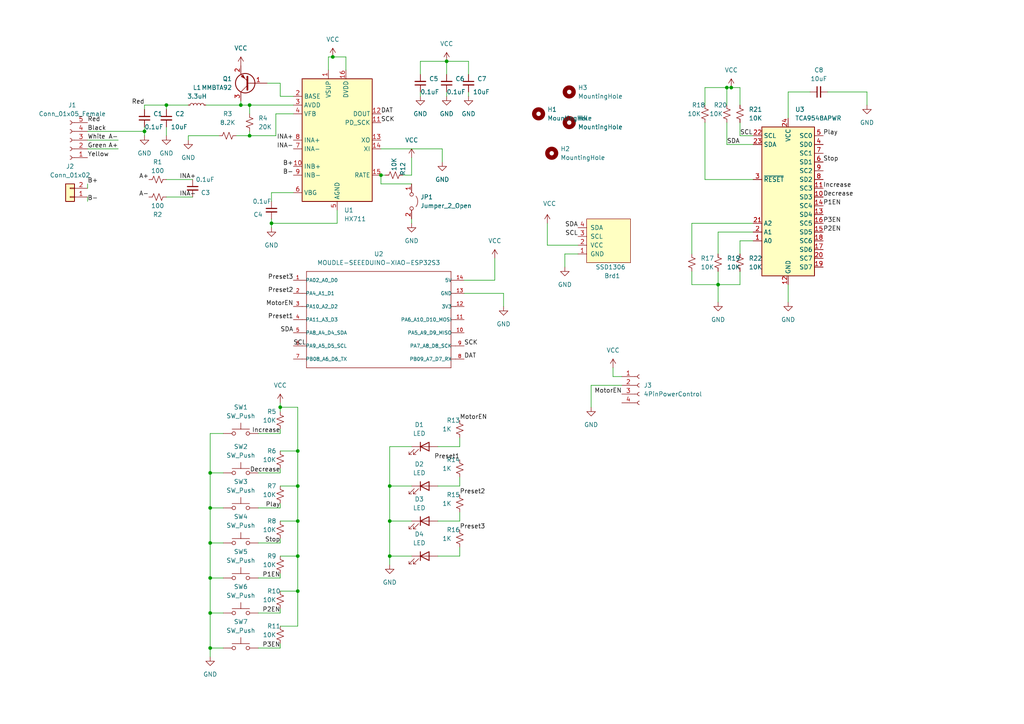
<source format=kicad_sch>
(kicad_sch (version 20211123) (generator eeschema)
  (paper "A4")
  (lib_symbols
    (symbol "Analog_ADC:HX711"
      (property "Reference" "U" (at 5.08 21.59 0))
      (property "Value" "HX711" (at 7.62 19.05 0))
      (symbol "HX711_0_1"
        (rectangle (start -10.16 17.78) (end 10.16 -17.78) (stroke (width 0.254)) (fill (type background)))
      )
      (symbol "HX711_1_1"
        (pin power_in line (at -2.54 20.32 270) (length 2.54) (name "VSUP") (number "1"))
        (pin input line (at -12.7 -7.62 0) (length 2.54) (name "INB+") (number "10"))
        (pin input line (at 12.7 5.08 180) (length 2.54) (name "PD_SCK") (number "11"))
        (pin output line (at 12.7 7.62 180) (length 2.54) (name "DOUT") (number "12"))
        (pin passive line (at 12.7 0 180) (length 2.54) (name "XO") (number "13"))
        (pin passive line (at 12.7 -2.54 180) (length 2.54) (name "XI") (number "14"))
        (pin input line (at 12.7 -10.16 180) (length 2.54) (name "RATE") (number "15"))
        (pin power_in line (at 2.54 20.32 270) (length 2.54) (name "DVDD") (number "16"))
        (pin passive line (at -12.7 12.7 0) (length 2.54) (name "BASE") (number "2"))
        (pin power_in line (at -12.7 10.16 0) (length 2.54) (name "AVDD") (number "3"))
        (pin input line (at -12.7 7.62 0) (length 2.54) (name "VFB") (number "4"))
        (pin power_in line (at 0 -20.32 90) (length 2.54) (name "AGND") (number "5"))
        (pin passive line (at -12.7 -15.24 0) (length 2.54) (name "VBG") (number "6"))
        (pin input line (at -12.7 -2.54 0) (length 2.54) (name "INA-") (number "7"))
        (pin input line (at -12.7 0 0) (length 2.54) (name "INA+") (number "8"))
        (pin input line (at -12.7 -10.16 0) (length 2.54) (name "INB-") (number "9"))
      )
    )
    (symbol "Connector:Conn_01x04_Female" (pin_names (offset 1.016) hide)
      (property "Reference" "J" (at 0 5.08 0))
      (property "Value" "Conn_01x04_Female" (at 0 -7.62 0))
      (symbol "Conn_01x04_Female_1_1"
        (arc (start 0 -4.572) (mid -0.508 -5.08) (end 0 -5.588) (stroke (width 0.1524)))
        (arc (start 0 -2.032) (mid -0.508 -2.54) (end 0 -3.048) (stroke (width 0.1524)))
        (polyline (pts (xy -1.27 -5.08) (xy -0.508 -5.08)) (stroke (width 0.1524)))
        (polyline (pts (xy -1.27 -2.54) (xy -0.508 -2.54)) (stroke (width 0.1524)))
        (polyline (pts (xy -1.27 0) (xy -0.508 0)) (stroke (width 0.1524)))
        (polyline (pts (xy -1.27 2.54) (xy -0.508 2.54)) (stroke (width 0.1524)))
        (arc (start 0 0.508) (mid -0.508 0) (end 0 -0.508) (stroke (width 0.1524)))
        (arc (start 0 3.048) (mid -0.508 2.54) (end 0 2.032) (stroke (width 0.1524)))
        (pin passive line (at -5.08 2.54 0) (length 3.81) (name "Pin_1") (number "1"))
        (pin passive line (at -5.08 0 0) (length 3.81) (name "Pin_2") (number "2"))
        (pin passive line (at -5.08 -2.54 0) (length 3.81) (name "Pin_3") (number "3"))
        (pin passive line (at -5.08 -5.08 0) (length 3.81) (name "Pin_4") (number "4"))
      )
    )
    (symbol "Connector:Conn_01x05_Female" (pin_names (offset 1.016) hide)
      (property "Reference" "J" (at 0 7.62 0))
      (property "Value" "Conn_01x05_Female" (at 0 -7.62 0))
      (symbol "Conn_01x05_Female_1_1"
        (arc (start 0 -4.572) (mid -0.508 -5.08) (end 0 -5.588) (stroke (width 0.1524)))
        (arc (start 0 -2.032) (mid -0.508 -2.54) (end 0 -3.048) (stroke (width 0.1524)))
        (polyline (pts (xy -1.27 -5.08) (xy -0.508 -5.08)) (stroke (width 0.1524)))
        (polyline (pts (xy -1.27 -2.54) (xy -0.508 -2.54)) (stroke (width 0.1524)))
        (polyline (pts (xy -1.27 0) (xy -0.508 0)) (stroke (width 0.1524)))
        (polyline (pts (xy -1.27 2.54) (xy -0.508 2.54)) (stroke (width 0.1524)))
        (polyline (pts (xy -1.27 5.08) (xy -0.508 5.08)) (stroke (width 0.1524)))
        (arc (start 0 0.508) (mid -0.508 0) (end 0 -0.508) (stroke (width 0.1524)))
        (arc (start 0 3.048) (mid -0.508 2.54) (end 0 2.032) (stroke (width 0.1524)))
        (arc (start 0 5.588) (mid -0.508 5.08) (end 0 4.572) (stroke (width 0.1524)))
        (pin passive line (at -5.08 5.08 0) (length 3.81) (name "Pin_1") (number "1"))
        (pin passive line (at -5.08 2.54 0) (length 3.81) (name "Pin_2") (number "2"))
        (pin passive line (at -5.08 0 0) (length 3.81) (name "Pin_3") (number "3"))
        (pin passive line (at -5.08 -2.54 0) (length 3.81) (name "Pin_4") (number "4"))
        (pin passive line (at -5.08 -5.08 0) (length 3.81) (name "Pin_5") (number "5"))
      )
    )
    (symbol "Connector_Generic:Conn_01x02" (pin_names (offset 1.016) hide)
      (property "Reference" "J" (at 0 2.54 0))
      (property "Value" "Conn_01x02" (at 0 -5.08 0))
      (symbol "Conn_01x02_1_1"
        (rectangle (start -1.27 -2.413) (end 0 -2.667) (stroke (width 0.1524)))
        (rectangle (start -1.27 0.127) (end 0 -0.127) (stroke (width 0.1524)))
        (rectangle (start -1.27 1.27) (end 1.27 -3.81) (stroke (width 0.254)) (fill (type background)))
        (pin passive line (at -5.08 0 0) (length 3.81) (name "Pin_1") (number "1"))
        (pin passive line (at -5.08 -2.54 0) (length 3.81) (name "Pin_2") (number "2"))
      )
    )
    (symbol "Device:C_Small" (pin_numbers hide) (pin_names (offset 0.254) hide)
      (property "Reference" "C" (at 0.254 1.778 0))
      (property "Value" "C_Small" (at 0.254 -2.032 0))
      (symbol "C_Small_0_1"
        (polyline (pts (xy -1.524 -0.508) (xy 1.524 -0.508)) (stroke (width 0.3302)))
        (polyline (pts (xy -1.524 0.508) (xy 1.524 0.508)) (stroke (width 0.3048)))
      )
      (symbol "C_Small_1_1"
        (pin passive line (at 0 2.54 270) (length 2.032) (name "~") (number "1"))
        (pin passive line (at 0 -2.54 90) (length 2.032) (name "~") (number "2"))
      )
    )
    (symbol "Device:LED" (pin_numbers hide) (pin_names (offset 1.016) hide)
      (property "Reference" "D" (at 0 2.54 0))
      (property "Value" "LED" (at 0 -2.54 0))
      (symbol "LED_0_1"
        (polyline (pts (xy -1.27 -1.27) (xy -1.27 1.27)) (stroke (width 0.254)))
        (polyline (pts (xy -1.27 0) (xy 1.27 0)))
        (polyline (pts (xy 1.27 -1.27) (xy 1.27 1.27) (xy -1.27 0) (xy 1.27 -1.27)) (stroke (width 0.254)))
        (polyline (pts (xy -3.048 -0.762) (xy -4.572 -2.286) (xy -3.81 -2.286) (xy -4.572 -2.286) (xy -4.572 -1.524)))
        (polyline (pts (xy -1.778 -0.762) (xy -3.302 -2.286) (xy -2.54 -2.286) (xy -3.302 -2.286) (xy -3.302 -1.524)))
      )
      (symbol "LED_1_1"
        (pin passive line (at -3.81 0 0) (length 2.54) (name "K") (number "1"))
        (pin passive line (at 3.81 0 180) (length 2.54) (name "A") (number "2"))
      )
    )
    (symbol "Device:L_Small" (pin_numbers hide) (pin_names (offset 0.254) hide)
      (property "Reference" "L" (at 0.762 1.016 0))
      (property "Value" "L_Small" (at 0.762 -1.016 0))
      (symbol "L_Small_0_1"
        (arc (start 0 -2.032) (mid 0.508 -1.524) (end 0 -1.016))
        (arc (start 0 -1.016) (mid 0.508 -0.508) (end 0 0))
        (arc (start 0 0) (mid 0.508 0.508) (end 0 1.016))
        (arc (start 0 1.016) (mid 0.508 1.524) (end 0 2.032))
      )
      (symbol "L_Small_1_1"
        (pin passive line (at 0 2.54 270) (length 0.508) (name "~") (number "1"))
        (pin passive line (at 0 -2.54 90) (length 0.508) (name "~") (number "2"))
      )
    )
    (symbol "Device:R_Small_US" (pin_numbers hide) (pin_names (offset 0.254) hide)
      (property "Reference" "R" (at 0.762 0.508 0))
      (property "Value" "R_Small_US" (at 0.762 -1.016 0))
      (symbol "R_Small_US_1_1"
        (polyline (pts (xy 0 0) (xy 1.016 -0.381) (xy 0 -0.762) (xy -1.016 -1.143) (xy 0 -1.524)))
        (polyline (pts (xy 0 1.524) (xy 1.016 1.143) (xy 0 0.762) (xy -1.016 0.381) (xy 0 0)))
        (pin passive line (at 0 2.54 270) (length 1.016) (name "~") (number "1"))
        (pin passive line (at 0 -2.54 90) (length 1.016) (name "~") (number "2"))
      )
    )
    (symbol "Interface_Expansion:TCA9548APWR"
      (property "Reference" "U" (at -7.62 21.59 0))
      (property "Value" "TCA9548APWR" (at 1.016 21.59 0))
      (symbol "TCA9548APWR_0_1"
        (rectangle (start -7.62 20.32) (end 7.62 -22.86) (stroke (width 0.254)) (fill (type background)))
      )
      (symbol "TCA9548APWR_1_1"
        (pin input line (at -10.16 -12.7 0) (length 2.54) (name "A0") (number "1"))
        (pin bidirectional line (at 10.16 0 180) (length 2.54) (name "SD3") (number "10"))
        (pin output line (at 10.16 2.54 180) (length 2.54) (name "SC3") (number "11"))
        (pin power_in line (at 0 -25.4 90) (length 2.54) (name "GND") (number "12"))
        (pin bidirectional line (at 10.16 -5.08 180) (length 2.54) (name "SD4") (number "13"))
        (pin output line (at 10.16 -2.54 180) (length 2.54) (name "SC4") (number "14"))
        (pin bidirectional line (at 10.16 -10.16 180) (length 2.54) (name "SD5") (number "15"))
        (pin output line (at 10.16 -7.62 180) (length 2.54) (name "SC5") (number "16"))
        (pin bidirectional line (at 10.16 -15.24 180) (length 2.54) (name "SD6") (number "17"))
        (pin output line (at 10.16 -12.7 180) (length 2.54) (name "SC6") (number "18"))
        (pin bidirectional line (at 10.16 -20.32 180) (length 2.54) (name "SD7") (number "19"))
        (pin input line (at -10.16 -10.16 0) (length 2.54) (name "A1") (number "2"))
        (pin output line (at 10.16 -17.78 180) (length 2.54) (name "SC7") (number "20"))
        (pin input line (at -10.16 -7.62 0) (length 2.54) (name "A2") (number "21"))
        (pin input line (at -10.16 17.78 0) (length 2.54) (name "SCL") (number "22"))
        (pin bidirectional line (at -10.16 15.24 0) (length 2.54) (name "SDA") (number "23"))
        (pin power_in line (at 0 22.86 270) (length 2.54) (name "VCC") (number "24"))
        (pin input line (at -10.16 5.08 0) (length 2.54) (name "~{RESET}") (number "3"))
        (pin bidirectional line (at 10.16 15.24 180) (length 2.54) (name "SD0") (number "4"))
        (pin output line (at 10.16 17.78 180) (length 2.54) (name "SC0") (number "5"))
        (pin bidirectional line (at 10.16 10.16 180) (length 2.54) (name "SD1") (number "6"))
        (pin output line (at 10.16 12.7 180) (length 2.54) (name "SC1") (number "7"))
        (pin bidirectional line (at 10.16 5.08 180) (length 2.54) (name "SD2") (number "8"))
        (pin output line (at 10.16 7.62 180) (length 2.54) (name "SC2") (number "9"))
      )
    )
    (symbol "Jumper:Jumper_2_Open" (pin_names (offset 0) hide)
      (property "Reference" "JP" (at 0 2.794 0))
      (property "Value" "Jumper_2_Open" (at 0 -2.286 0))
      (symbol "Jumper_2_Open_0_0"
        (circle (center -2.032 0) (radius 0.508))
        (circle (center 2.032 0) (radius 0.508))
      )
      (symbol "Jumper_2_Open_0_1"
        (arc (start 1.524 1.27) (mid 0 1.778) (end -1.524 1.27))
      )
      (symbol "Jumper_2_Open_1_1"
        (pin passive line (at -5.08 0 0) (length 2.54) (name "A") (number "1"))
        (pin passive line (at 5.08 0 180) (length 2.54) (name "B") (number "2"))
      )
    )
    (symbol "Mechanical:MountingHole" (pin_names (offset 1.016))
      (property "Reference" "H" (at 0 5.08 0))
      (property "Value" "MountingHole" (at 0 3.175 0))
      (symbol "MountingHole_0_1"
        (circle (center 0 0) (radius 1.27) (stroke (width 1.27)))
      )
    )
    (symbol "Sette270:MOUDLE-SEEEDUINO-XIAO-ESP32S3" (pin_names (offset 1.016))
      (property "Reference" "U" (at -21.59 15.24 0))
      (property "Value" "MOUDLE-SEEEDUINO-XIAO-ESP32S3" (at -21.59 13.97 0))
      (symbol "MOUDLE-SEEEDUINO-XIAO-ESP32S3_0_0"
        (polyline (pts (xy -21.59 -13.97) (xy -21.59 0)) (stroke (width 0.1524)))
        (polyline (pts (xy -21.59 -11.43) (xy -22.86 -11.43)) (stroke (width 0.1524)))
        (polyline (pts (xy -21.59 -7.62) (xy -22.86 -7.62)) (stroke (width 0.1524)))
        (polyline (pts (xy -21.59 -3.81) (xy -22.86 -3.81)) (stroke (width 0.1524)))
        (polyline (pts (xy -21.59 0) (xy -22.86 0)) (stroke (width 0.1524)))
        (polyline (pts (xy -21.59 0) (xy -21.59 3.81)) (stroke (width 0.1524)))
        (polyline (pts (xy -21.59 3.81) (xy -22.86 3.81)) (stroke (width 0.1524)))
        (polyline (pts (xy -21.59 3.81) (xy -21.59 7.62)) (stroke (width 0.1524)))
        (polyline (pts (xy -21.59 7.62) (xy -22.86 7.62)) (stroke (width 0.1524)))
        (polyline (pts (xy -21.59 7.62) (xy -21.59 11.43)) (stroke (width 0.1524)))
        (polyline (pts (xy -21.59 11.43) (xy -22.86 11.43)) (stroke (width 0.1524)))
        (polyline (pts (xy -21.59 11.43) (xy -21.59 13.97)) (stroke (width 0.1524)))
        (polyline (pts (xy -21.59 13.97) (xy 20.32 13.97)) (stroke (width 0.1524)))
        (polyline (pts (xy 20.32 -13.97) (xy -21.59 -13.97)) (stroke (width 0.1524)))
        (polyline (pts (xy 20.32 3.81) (xy 20.32 -13.97)) (stroke (width 0.1524)))
        (polyline (pts (xy 20.32 7.62) (xy 20.32 3.81)) (stroke (width 0.1524)))
        (polyline (pts (xy 20.32 11.43) (xy 20.32 7.62)) (stroke (width 0.1524)))
        (polyline (pts (xy 20.32 13.97) (xy 20.32 11.43)) (stroke (width 0.1524)))
        (polyline (pts (xy 21.59 -11.43) (xy 20.32 -11.43)) (stroke (width 0.1524)))
        (polyline (pts (xy 21.59 -7.62) (xy 20.32 -7.62)) (stroke (width 0.1524)))
        (polyline (pts (xy 21.59 -3.81) (xy 20.32 -3.81)) (stroke (width 0.1524)))
        (polyline (pts (xy 21.59 0) (xy 20.32 0)) (stroke (width 0.1524)))
        (polyline (pts (xy 21.59 3.81) (xy 20.32 3.81)) (stroke (width 0.1524)))
        (polyline (pts (xy 21.59 7.62) (xy 20.32 7.62)) (stroke (width 0.1524)))
        (polyline (pts (xy 21.59 11.43) (xy 20.32 11.43)) (stroke (width 0.1524)))
        (pin bidirectional line (at -25.4 11.43 0) (length 2.54) (name "PA02_A0_D0") (number "1"))
        (pin bidirectional line (at 24.13 -3.81 180) (length 2.54) (name "PA5_A9_D9_MISO") (number "10"))
        (pin bidirectional line (at 24.13 0 180) (length 2.54) (name "PA6_A10_D10_MOSI") (number "11"))
        (pin bidirectional line (at 24.13 3.81 180) (length 2.54) (name "3V3") (number "12"))
        (pin bidirectional line (at 24.13 7.62 180) (length 2.54) (name "GND") (number "13"))
        (pin bidirectional line (at 24.13 11.43 180) (length 2.54) (name "5V") (number "14"))
        (pin bidirectional line (at -25.4 7.62 0) (length 2.54) (name "PA4_A1_D1") (number "2"))
        (pin bidirectional line (at -25.4 3.81 0) (length 2.54) (name "PA10_A2_D2") (number "3"))
        (pin bidirectional line (at -25.4 0 0) (length 2.54) (name "PA11_A3_D3") (number "4"))
        (pin bidirectional line (at -25.4 -3.81 0) (length 2.54) (name "PA8_A4_D4_SDA") (number "5"))
        (pin bidirectional line (at -25.4 -7.62 0) (length 2.54) (name "PA9_A5_D5_SCL") (number "6"))
        (pin bidirectional line (at -25.4 -11.43 0) (length 2.54) (name "PB08_A6_D6_TX") (number "7"))
        (pin bidirectional line (at 24.13 -11.43 180) (length 2.54) (name "PB09_A7_D7_RX") (number "8"))
        (pin bidirectional line (at 24.13 -7.62 180) (length 2.54) (name "PA7_A8_D8_SCK") (number "9"))
      )
    )
    (symbol "Switch:SW_Push" (pin_numbers hide) (pin_names (offset 1.016) hide)
      (property "Reference" "SW" (at 1.27 2.54 0))
      (property "Value" "SW_Push" (at 0 -1.524 0))
      (symbol "SW_Push_0_1"
        (circle (center -2.032 0) (radius 0.508))
        (polyline (pts (xy 0 1.27) (xy 0 3.048)))
        (polyline (pts (xy 2.54 1.27) (xy -2.54 1.27)))
        (circle (center 2.032 0) (radius 0.508))
        (pin passive line (at -5.08 0 0) (length 2.54) (name "1") (number "1"))
        (pin passive line (at 5.08 0 180) (length 2.54) (name "2") (number "2"))
      )
    )
    (symbol "Transistor_BJT:MMBTA92" (pin_names (offset 0) hide)
      (property "Reference" "Q" (at 5.08 1.905 0))
      (property "Value" "MMBTA92" (at 5.08 0 0))
      (symbol "MMBTA92_0_1"
        (polyline (pts (xy 0 0) (xy 0.635 0)))
        (polyline (pts (xy 2.54 -2.54) (xy 0.635 -0.635)))
        (polyline (pts (xy 2.54 2.54) (xy 0.635 0.635)))
        (polyline (pts (xy 0.635 1.905) (xy 0.635 -1.905) (xy 0.635 -1.905)) (stroke (width 0.508)) (fill (type outline)))
        (polyline (pts (xy 1.905 -2.413) (xy 2.413 -1.905) (xy 1.397 -1.397) (xy 1.905 -2.413) (xy 1.905 -2.413)) (fill (type outline)))
        (circle (center 1.27 0) (radius 2.8194) (stroke (width 0.254)))
      )
      (symbol "MMBTA92_1_1"
        (pin input line (at -5.08 0 0) (length 5.08) (name "B") (number "1"))
        (pin passive line (at 2.54 -5.08 90) (length 2.54) (name "E") (number "2"))
        (pin passive line (at 2.54 5.08 270) (length 2.54) (name "C") (number "3"))
      )
    )
    (symbol "power:GND" (power) (pin_names (offset 0))
      (property "Value" "GND" (at 0 -3.81 0))
      (symbol "GND_0_1"
        (polyline (pts (xy 0 0) (xy 0 -1.27) (xy 1.27 -1.27) (xy 0 -2.54) (xy -1.27 -1.27) (xy 0 -1.27)))
      )
      (symbol "GND_1_1"
        (pin power_in line (at 0 0 270) (length 0) hide (name "GND") (number "1"))
      )
    )
    (symbol "power:VCC" (power) (pin_names (offset 0))
      (property "Value" "VCC" (at 0 3.81 0))
      (symbol "VCC_0_1"
        (polyline (pts (xy -0.762 1.27) (xy 0 2.54)))
        (polyline (pts (xy 0 0) (xy 0 2.54)))
        (polyline (pts (xy 0 2.54) (xy 0.762 1.27)))
      )
      (symbol "VCC_1_1"
        (pin power_in line (at 0 0 90) (length 0) hide (name "VCC") (number "1"))
      )
    )
    (symbol "ssd1306:SSD1306" (pin_names (offset 1.016))
      (property "Reference" "Brd" (at 0 -3.81 0))
      (property "Value" "SSD1306" (at 0 -1.27 0))
      (symbol "SSD1306_0_1"
        (rectangle (start -6.35 6.35) (end 6.35 -6.35) (fill (type background)))
      )
      (symbol "SSD1306_1_1"
        (pin input line (at -3.81 8.89 270) (length 2.54) (name "GND") (number "1"))
        (pin input line (at -1.27 8.89 270) (length 2.54) (name "VCC") (number "2"))
        (pin input line (at 1.27 8.89 270) (length 2.54) (name "SCL") (number "3"))
        (pin input line (at 3.81 8.89 270) (length 2.54) (name "SDA") (number "4"))
      )
    )
  )
  (junction (at 113.03 140.97))
  (junction (at 60.96 147.32))
  (junction (at 208.28 82.55))
  (junction (at 60.96 177.8))
  (junction (at 86.36 151.13))
  (junction (at 78.74 64.77))
  (junction (at 86.36 140.97))
  (junction (at 41.91 38.1))
  (junction (at 110.49 50.8))
  (junction (at 129.54 17.78))
  (junction (at 60.96 187.96))
  (junction (at 60.96 167.64))
  (junction (at 96.52 16.51))
  (junction (at 72.39 39.37))
  (junction (at 212.09 25.4))
  (junction (at 60.96 157.48))
  (junction (at 86.36 161.29))
  (junction (at 48.26 30.48))
  (junction (at 113.03 151.13))
  (junction (at 81.28 118.11))
  (junction (at 86.36 130.81))
  (junction (at 69.85 30.48))
  (junction (at 210.82 25.4))
  (junction (at 60.96 137.16))
  (junction (at 113.03 161.29))
  (junction (at 72.39 30.48))
  (junction (at 86.36 171.45))
  (bus_entry (at 332.74 73.66) (size 2.54 2.54))
  (wire (pts (xy 60.96 167.64) (xy 64.77 167.64)))
  (wire (pts (xy 200.66 82.55) (xy 200.66 78.74)))
  (wire (pts (xy 54.61 30.48) (xy 48.26 30.48)))
  (wire (pts (xy 100.33 16.51) (xy 96.52 16.51)))
  (wire (pts (xy 86.36 151.13) (xy 86.36 161.29)))
  (wire (pts (xy 60.96 177.8) (xy 60.96 167.64)))
  (wire (pts (xy 85.09 55.88) (xy 78.74 55.88)))
  (wire (pts (xy 48.26 57.15) (xy 55.88 57.15)))
  (wire (pts (xy 127 151.13) (xy 133.35 151.13)))
  (wire (pts (xy 69.85 30.48) (xy 69.85 29.21)))
  (wire (pts (xy 86.36 118.11) (xy 81.28 118.11)))
  (wire (pts (xy 210.82 25.4) (xy 212.09 25.4)))
  (wire (pts (xy 60.96 187.96) (xy 60.96 190.5)))
  (wire (pts (xy 81.28 157.48) (xy 74.93 157.48)))
  (wire (pts (xy 214.63 25.4) (xy 214.63 30.48)))
  (wire (pts (xy 81.28 124.46) (xy 81.28 125.73)))
  (wire (pts (xy 113.03 151.13) (xy 113.03 140.97)))
  (wire (pts (xy 80.01 33.02) (xy 85.09 33.02)))
  (wire (pts (xy 146.05 85.09) (xy 134.62 85.09)))
  (wire (pts (xy 95.25 16.51) (xy 96.52 16.51)))
  (wire (pts (xy 72.39 30.48) (xy 72.39 33.02)))
  (wire (pts (xy 81.28 116.84) (xy 81.28 118.11)))
  (wire (pts (xy 95.25 20.32) (xy 95.25 16.51)))
  (wire (pts (xy 81.28 130.81) (xy 86.36 130.81)))
  (wire (pts (xy 80.01 39.37) (xy 72.39 39.37)))
  (wire (pts (xy 81.28 147.32) (xy 74.93 147.32)))
  (wire (pts (xy 25.4 53.34) (xy 25.4 54.61)))
  (wire (pts (xy 81.28 24.13) (xy 77.47 24.13)))
  (wire (pts (xy 72.39 39.37) (xy 72.39 38.1)))
  (wire (pts (xy 214.63 39.37) (xy 218.44 39.37)))
  (wire (pts (xy 177.8 109.22) (xy 177.8 106.68)))
  (wire (pts (xy 234.95 26.67) (xy 228.6 26.67)))
  (wire (pts (xy 135.89 21.59) (xy 135.89 17.78)))
  (wire (pts (xy 228.6 82.55) (xy 228.6 87.63)))
  (wire (pts (xy 48.26 36.83) (xy 48.26 39.37)))
  (wire (pts (xy 208.28 82.55) (xy 208.28 87.63)))
  (wire (pts (xy 208.28 67.31) (xy 208.28 73.66)))
  (wire (pts (xy 60.96 137.16) (xy 60.96 125.73)))
  (wire (pts (xy 48.26 30.48) (xy 48.26 31.75)))
  (wire (pts (xy 48.26 52.07) (xy 55.88 52.07)))
  (wire (pts (xy 113.03 151.13) (xy 119.38 151.13)))
  (wire (pts (xy 48.26 30.48) (xy 41.91 30.48)))
  (wire (pts (xy 78.74 64.77) (xy 78.74 66.04)))
  (wire (pts (xy 78.74 55.88) (xy 78.74 58.42)))
  (wire (pts (xy 113.03 161.29) (xy 113.03 151.13)))
  (wire (pts (xy 54.61 39.37) (xy 63.5 39.37)))
  (wire (pts (xy 158.75 71.12) (xy 158.75 64.77)))
  (wire (pts (xy 210.82 25.4) (xy 210.82 30.48)))
  (wire (pts (xy 60.96 147.32) (xy 60.96 137.16)))
  (wire (pts (xy 113.03 129.54) (xy 119.38 129.54)))
  (wire (pts (xy 81.28 118.11) (xy 81.28 119.38)))
  (wire (pts (xy 86.36 161.29) (xy 86.36 171.45)))
  (wire (pts (xy 113.03 161.29) (xy 113.03 163.83)))
  (wire (pts (xy 128.27 46.99) (xy 128.27 43.18)))
  (wire (pts (xy 81.28 27.94) (xy 81.28 24.13)))
  (wire (pts (xy 81.28 181.61) (xy 86.36 181.61)))
  (wire (pts (xy 81.28 171.45) (xy 86.36 171.45)))
  (wire (pts (xy 80.01 33.02) (xy 80.01 39.37)))
  (wire (pts (xy 25.4 40.64) (xy 34.29 40.64)))
  (wire (pts (xy 214.63 69.85) (xy 214.63 73.66)))
  (wire (pts (xy 119.38 63.5) (xy 119.38 64.77)))
  (wire (pts (xy 81.28 156.21) (xy 81.28 157.48)))
  (wire (pts (xy 81.28 146.05) (xy 81.28 147.32)))
  (wire (pts (xy 41.91 30.48) (xy 41.91 31.75)))
  (wire (pts (xy 64.77 187.96) (xy 60.96 187.96)))
  (wire (pts (xy 210.82 25.4) (xy 204.47 25.4)))
  (wire (pts (xy 121.92 26.67) (xy 121.92 27.94)))
  (wire (pts (xy 85.09 27.94) (xy 81.28 27.94)))
  (wire (pts (xy 133.35 140.97) (xy 133.35 138.43)))
  (wire (pts (xy 214.63 78.74) (xy 214.63 82.55)))
  (wire (pts (xy 81.28 177.8) (xy 74.93 177.8)))
  (wire (pts (xy 119.38 161.29) (xy 113.03 161.29)))
  (wire (pts (xy 86.36 140.97) (xy 86.36 151.13)))
  (wire (pts (xy 163.83 73.66) (xy 163.83 77.47)))
  (wire (pts (xy 97.79 64.77) (xy 78.74 64.77)))
  (wire (pts (xy 81.28 137.16) (xy 74.93 137.16)))
  (wire (pts (xy 171.45 111.76) (xy 171.45 118.11)))
  (wire (pts (xy 208.28 82.55) (xy 200.66 82.55)))
  (wire (pts (xy 228.6 26.67) (xy 228.6 34.29)))
  (wire (pts (xy 113.03 140.97) (xy 113.03 129.54)))
  (wire (pts (xy 240.03 26.67) (xy 251.46 26.67)))
  (wire (pts (xy 86.36 171.45) (xy 86.36 181.61)))
  (wire (pts (xy 68.58 39.37) (xy 72.39 39.37)))
  (wire (pts (xy 204.47 25.4) (xy 204.47 30.48)))
  (wire (pts (xy 81.28 140.97) (xy 86.36 140.97)))
  (wire (pts (xy 204.47 52.07) (xy 218.44 52.07)))
  (wire (pts (xy 60.96 125.73) (xy 64.77 125.73)))
  (wire (pts (xy 97.79 60.96) (xy 97.79 64.77)))
  (wire (pts (xy 146.05 88.9) (xy 146.05 85.09)))
  (wire (pts (xy 214.63 82.55) (xy 208.28 82.55)))
  (wire (pts (xy 81.28 166.37) (xy 81.28 167.64)))
  (wire (pts (xy 113.03 140.97) (xy 119.38 140.97)))
  (wire (pts (xy 127 140.97) (xy 133.35 140.97)))
  (wire (pts (xy 54.61 39.37) (xy 54.61 40.64)))
  (wire (pts (xy 81.28 125.73) (xy 74.93 125.73)))
  (wire (pts (xy 81.28 187.96) (xy 74.93 187.96)))
  (wire (pts (xy 60.96 157.48) (xy 60.96 147.32)))
  (wire (pts (xy 171.45 111.76) (xy 180.34 111.76)))
  (wire (pts (xy 64.77 177.8) (xy 60.96 177.8)))
  (wire (pts (xy 81.28 151.13) (xy 86.36 151.13)))
  (wire (pts (xy 212.09 25.4) (xy 214.63 25.4)))
  (wire (pts (xy 25.4 43.18) (xy 34.29 43.18)))
  (wire (pts (xy 60.96 167.64) (xy 60.96 157.48)))
  (wire (pts (xy 180.34 109.22) (xy 177.8 109.22)))
  (wire (pts (xy 72.39 30.48) (xy 69.85 30.48)))
  (wire (pts (xy 129.54 17.78) (xy 129.54 21.59)))
  (wire (pts (xy 41.91 39.37) (xy 41.91 38.1)))
  (wire (pts (xy 251.46 26.67) (xy 251.46 30.48)))
  (wire (pts (xy 129.54 17.78) (xy 121.92 17.78)))
  (wire (pts (xy 127 129.54) (xy 133.35 129.54)))
  (wire (pts (xy 81.28 176.53) (xy 81.28 177.8)))
  (wire (pts (xy 41.91 36.83) (xy 41.91 38.1)))
  (wire (pts (xy 204.47 35.56) (xy 204.47 52.07)))
  (wire (pts (xy 143.51 74.93) (xy 143.51 81.28)))
  (wire (pts (xy 121.92 17.78) (xy 121.92 21.59)))
  (wire (pts (xy 214.63 35.56) (xy 214.63 39.37)))
  (wire (pts (xy 129.54 26.67) (xy 129.54 27.94)))
  (wire (pts (xy 167.64 71.12) (xy 158.75 71.12)))
  (wire (pts (xy 60.96 147.32) (xy 64.77 147.32)))
  (wire (pts (xy 135.89 26.67) (xy 135.89 27.94)))
  (wire (pts (xy 110.49 50.8) (xy 111.76 50.8)))
  (wire (pts (xy 135.89 17.78) (xy 129.54 17.78)))
  (wire (pts (xy 200.66 64.77) (xy 200.66 73.66)))
  (wire (pts (xy 85.09 30.48) (xy 72.39 30.48)))
  (wire (pts (xy 218.44 64.77) (xy 200.66 64.77)))
  (wire (pts (xy 100.33 20.32) (xy 100.33 16.51)))
  (wire (pts (xy 133.35 158.75) (xy 133.35 161.29)))
  (wire (pts (xy 25.4 38.1) (xy 41.91 38.1)))
  (wire (pts (xy 133.35 151.13) (xy 133.35 148.59)))
  (wire (pts (xy 78.74 64.77) (xy 78.74 63.5)))
  (wire (pts (xy 81.28 186.69) (xy 81.28 187.96)))
  (wire (pts (xy 210.82 41.91) (xy 210.82 35.56)))
  (wire (pts (xy 218.44 69.85) (xy 214.63 69.85)))
  (wire (pts (xy 60.96 137.16) (xy 64.77 137.16)))
  (wire (pts (xy 25.4 58.42) (xy 25.4 57.15)))
  (wire (pts (xy 119.38 50.8) (xy 116.84 50.8)))
  (wire (pts (xy 143.51 81.28) (xy 134.62 81.28)))
  (wire (pts (xy 60.96 157.48) (xy 64.77 157.48)))
  (wire (pts (xy 110.49 43.18) (xy 128.27 43.18)))
  (wire (pts (xy 127 161.29) (xy 133.35 161.29)))
  (wire (pts (xy 81.28 161.29) (xy 86.36 161.29)))
  (wire (pts (xy 59.69 30.48) (xy 69.85 30.48)))
  (wire (pts (xy 218.44 41.91) (xy 210.82 41.91)))
  (wire (pts (xy 133.35 129.54) (xy 133.35 127)))
  (wire (pts (xy 86.36 130.81) (xy 86.36 118.11)))
  (wire (pts (xy 119.38 45.72) (xy 119.38 50.8)))
  (wire (pts (xy 81.28 167.64) (xy 74.93 167.64)))
  (wire (pts (xy 60.96 177.8) (xy 60.96 187.96)))
  (wire (pts (xy 119.38 53.34) (xy 110.49 53.34)))
  (wire (pts (xy 86.36 130.81) (xy 86.36 140.97)))
  (wire (pts (xy 167.64 73.66) (xy 163.83 73.66)))
  (wire (pts (xy 81.28 135.89) (xy 81.28 137.16)))
  (wire (pts (xy 110.49 50.8) (xy 110.49 53.34)))
  (wire (pts (xy 218.44 67.31) (xy 208.28 67.31)))
  (wire (pts (xy 208.28 82.55) (xy 208.28 78.74)))
  (label "White" (at 25.4 40.64 0))
  (label "B+" (at 25.4 53.34 0))
  (label "MotorEN" (at 180.34 114.3 180))
  (label "Decrease" (at 238.76 57.15 0))
  (label "P2EN" (at 238.76 67.31 0))
  (label "Preset2" (at 133.35 143.51 0))
  (label "SDA" (at 167.64 66.04 180))
  (label "Green" (at 25.4 43.18 0))
  (label "INA-" (at 52.07 57.15 0))
  (label "P1EN" (at 238.76 59.69 0))
  (label "Preset3" (at 85.09 81.28 180))
  (label "P3EN" (at 238.76 64.77 0))
  (label "INA+" (at 85.09 40.64 180))
  (label "Yellow" (at 25.4 45.72 0))
  (label "Red" (at 41.91 30.48 180))
  (label "P1EN" (at 81.28 167.64 180))
  (label "SCL" (at 214.63 39.37 0))
  (label "MotorEN" (at 85.09 88.9 180))
  (label "INA-" (at 85.09 43.18 180))
  (label "Preset1" (at 85.09 92.71 180))
  (label "Decrease" (at 81.28 137.16 180))
  (label "B+" (at 85.09 48.26 180))
  (label "Increase" (at 81.28 125.73 180))
  (label "Stop" (at 238.76 46.99 0))
  (label "Stop" (at 81.28 157.48 180))
  (label "SCK" (at 110.49 35.56 0))
  (label "Preset2" (at 85.09 85.09 180))
  (label "INA+" (at 52.07 52.07 0))
  (label "SCL" (at 167.64 68.58 180))
  (label "Black" (at 25.4 38.1 0))
  (label "Increase" (at 238.76 54.61 0))
  (label "DAT" (at 110.49 33.02 0))
  (label "SCK" (at 134.62 100.33 0))
  (label "A+" (at 34.29 43.18 180))
  (label "Preset1" (at 133.35 133.35 180))
  (label "SDA" (at 210.82 41.91 0))
  (label "Red" (at 25.4 35.56 0))
  (label "P2EN" (at 81.28 177.8 180))
  (label "Play" (at 81.28 147.32 180))
  (label "MotorEN" (at 133.35 121.92 0))
  (label "A-" (at 34.29 40.64 180))
  (label "B-" (at 25.4 58.42 0))
  (label "A-" (at 43.18 57.15 180))
  (label "SDA" (at 85.09 96.52 180))
  (label "Preset3" (at 133.35 153.67 0))
  (label "A+" (at 43.18 52.07 180))
  (label "Play" (at 238.76 39.37 0))
  (label "P3EN" (at 81.28 187.96 180))
  (label "SCL" (at 85.09 100.33 0))
  (label "B-" (at 85.09 50.8 180))
  (label "DAT" (at 134.62 104.14 0))
  (symbol (lib_id "power:GND") (at 228.6 87.63 0) (unit 1)
    (property "Reference" "#PWR0107" (effects hide))
    (property "Value" "GND" (at 228.6 92.71 0))
  )
  (symbol (lib_id "power:VCC") (at 177.8 106.68 0) (unit 1)
    (property "Reference" "#PWR0103" (effects hide))
    (property "Value" "VCC" (at 177.8 101.6 0))
  )
  (symbol (lib_id "power:GND") (at 48.26 39.37 0) (unit 1)
    (property "Reference" "#PWR0124" (effects hide))
    (property "Value" "GND" (at 48.26 44.45 0))
  )
  (symbol (lib_id "Jumper:Jumper_2_Open") (at 119.38 58.42 270) (unit 1)
    (property "Reference" "JP1" (at 121.92 57.1499 90) (effects (justify left)))
    (property "Value" "Jumper_2_Open" (at 121.92 59.6899 90) (effects (justify left)))
    (property "Footprint" "Connector_PinHeader_2.54mm:PinHeader_1x02_P2.54mm_Vertical" (effects hide))
  )
  (symbol (lib_id "Connector:Conn_01x05_Female") (at 20.32 40.64 180) (unit 1)
    (property "Reference" "J1" (at 20.955 30.48 0))
    (property "Value" "Conn_01x05_Female" (at 20.955 33.02 0))
    (property "Footprint" "Connector_PinHeader_2.54mm:PinHeader_1x05_P2.54mm_Vertical" (effects hide))
  )
  (symbol (lib_id "power:GND") (at 121.92 27.94 0) (unit 1)
    (property "Reference" "#PWR0113" (effects hide))
    (property "Value" "GND" (at 121.92 33.02 0))
  )
  (symbol (lib_id "power:GND") (at 60.96 190.5 0) (unit 1)
    (property "Reference" "#PWR0123" (effects hide))
    (property "Value" "GND" (at 60.96 195.58 0))
  )
  (symbol (lib_id "power:VCC") (at 119.38 45.72 0) (unit 1)
    (property "Reference" "#PWR0112" (effects hide))
    (property "Value" "VCC" (at 119.38 40.64 0))
  )
  (symbol (lib_id "Switch:SW_Push") (at 69.85 125.73 0) (unit 1)
    (property "Reference" "SW1" (at 69.85 118.11 0))
    (property "Value" "SW_Push" (at 69.85 120.65 0))
    (property "Footprint" "Button_Switch_SMD:SW_SPST_EVQQ2" (effects hide))
  )
  (symbol (lib_id "Device:R_Small_US") (at 81.28 173.99 0) (unit 1)
    (property "Reference" "R10" (at 77.47 171.45 0) (effects (justify left)))
    (property "Value" "10K" (at 76.2 173.99 0) (effects (justify left)))
    (property "Footprint" "Resistor_SMD:R_1206_3216Metric_Pad1.30x1.75mm_HandSolder" (effects hide))
  )
  (symbol (lib_id "Mechanical:MountingHole") (at 165.1 26.67 0) (unit 1)
    (property "Reference" "H3" (at 167.64 25.3999 0) (effects (justify left)))
    (property "Value" "MountingHole" (at 167.64 27.9399 0) (effects (justify left)))
    (property "Footprint" "MountingHole:MountingHole_2.2mm_M2" (effects hide))
  )
  (symbol (lib_id "Device:R_Small_US") (at 81.28 153.67 0) (unit 1)
    (property "Reference" "R8" (at 77.47 151.13 0) (effects (justify left)))
    (property "Value" "10K" (at 76.2 153.67 0) (effects (justify left)))
    (property "Footprint" "Resistor_SMD:R_1206_3216Metric_Pad1.30x1.75mm_HandSolder" (effects hide))
  )
  (symbol (lib_id "power:GND") (at 128.27 46.99 0) (unit 1)
    (property "Reference" "#PWR0111" (effects hide))
    (property "Value" "GND" (at 128.27 52.07 0))
  )
  (symbol (lib_id "Switch:SW_Push") (at 69.85 167.64 0) (unit 1)
    (property "Reference" "SW5" (at 69.85 160.02 0))
    (property "Value" "SW_Push" (at 69.85 162.56 0))
    (property "Footprint" "Button_Switch_SMD:SW_SPST_EVQQ2" (effects hide))
  )
  (symbol (lib_id "Device:R_Small_US") (at 200.66 76.2 0) (unit 1)
    (property "Reference" "R17" (at 203.2 74.9299 0) (effects (justify left)))
    (property "Value" "10K" (at 203.2 77.4699 0) (effects (justify left)))
    (property "Footprint" "Resistor_SMD:R_1206_3216Metric_Pad1.30x1.75mm_HandSolder" (effects hide))
  )
  (symbol (lib_id "Device:R_Small_US") (at 214.63 33.02 0) (unit 1)
    (property "Reference" "R21" (at 217.17 31.7499 0) (effects (justify left)))
    (property "Value" "10K" (at 217.17 34.2899 0) (effects (justify left)))
    (property "Footprint" "Resistor_SMD:R_1206_3216Metric_Pad1.30x1.75mm_HandSolder" (effects hide))
  )
  (symbol (lib_id "Device:C_Small") (at 135.89 24.13 0) (unit 1)
    (property "Reference" "C7" (at 138.43 22.8662 0) (effects (justify left)))
    (property "Value" "10uF" (at 137.16 26.67 0) (effects (justify left)))
    (property "Footprint" "Capacitor_SMD:C_0805_2012Metric_Pad1.18x1.45mm_HandSolder" (effects hide))
  )
  (symbol (lib_id "power:GND") (at 54.61 40.64 0) (unit 1)
    (property "Reference" "#PWR0125" (effects hide))
    (property "Value" "GND" (at 54.61 45.72 0))
  )
  (symbol (lib_id "Device:LED") (at 123.19 151.13 0) (unit 1)
    (property "Reference" "D3" (at 121.6025 144.78 0))
    (property "Value" "LED" (at 121.6025 147.32 0))
    (property "Footprint" "LED_THT:LED_D2.0mm_W4.8mm_H2.5mm_FlatTop" (effects hide))
  )
  (symbol (lib_id "power:GND") (at 208.28 87.63 0) (unit 1)
    (property "Reference" "#PWR0108" (effects hide))
    (property "Value" "GND" (at 208.28 92.71 0))
  )
  (symbol (lib_id "power:VCC") (at 158.75 64.77 0) (unit 1)
    (property "Reference" "#PWR0101" (effects hide))
    (property "Value" "VCC" (at 159.385 59.055 0))
  )
  (symbol (lib_id "Switch:SW_Push") (at 69.85 187.96 0) (unit 1)
    (property "Reference" "SW7" (at 69.85 180.34 0))
    (property "Value" "SW_Push" (at 69.85 182.88 0))
    (property "Footprint" "Button_Switch_SMD:SW_SPST_EVQQ2" (effects hide))
  )
  (symbol (lib_id "Device:C_Small") (at 41.91 34.29 180) (unit 1)
    (property "Reference" "C1" (at 44.45 33.0135 0) (effects (justify right)))
    (property "Value" "0.1uF" (at 41.91 36.83 0) (effects (justify right)))
    (property "Footprint" "Capacitor_SMD:C_0603_1608Metric_Pad1.08x0.95mm_HandSolder" (effects hide))
  )
  (symbol (lib_id "Device:R_Small_US") (at 204.47 33.02 0) (unit 1)
    (property "Reference" "R18" (at 200.66 30.48 0) (effects (justify left)))
    (property "Value" "10K" (at 199.39 33.02 0) (effects (justify left)))
    (property "Footprint" "Resistor_SMD:R_1206_3216Metric_Pad1.30x1.75mm_HandSolder" (effects hide))
  )
  (symbol (lib_id "Mechanical:MountingHole") (at 156.21 33.02 0) (unit 1)
    (property "Reference" "H1" (at 158.75 31.7499 0) (effects (justify left)))
    (property "Value" "MountingHole" (at 158.75 34.2899 0) (effects (justify left)))
    (property "Footprint" "MountingHole:MountingHole_2.2mm_M2" (effects hide))
  )
  (symbol (lib_id "Device:R_Small_US") (at 81.28 143.51 0) (unit 1)
    (property "Reference" "R7" (at 77.47 140.97 0) (effects (justify left)))
    (property "Value" "10K" (at 76.2 143.51 0) (effects (justify left)))
    (property "Footprint" "Resistor_SMD:R_1206_3216Metric_Pad1.30x1.75mm_HandSolder" (effects hide))
  )
  (symbol (lib_id "Device:R_Small_US") (at 72.39 35.56 0) (unit 1)
    (property "Reference" "R4" (at 74.93 34.2899 0) (effects (justify left)))
    (property "Value" "20K" (at 74.93 36.8299 0) (effects (justify left)))
    (property "Footprint" "Inductor_SMD:L_0603_1608Metric_Pad1.05x0.95mm_HandSolder" (effects hide))
  )
  (symbol (lib_id "power:GND") (at 78.74 66.04 0) (unit 1)
    (property "Reference" "#PWR0120" (effects hide))
    (property "Value" "GND" (at 78.74 71.12 0))
  )
  (symbol (lib_id "power:VCC") (at 96.52 16.51 0) (unit 1)
    (property "Reference" "#PWR0119" (effects hide))
    (property "Value" "VCC" (at 96.52 11.43 0))
  )
  (symbol (lib_id "Device:R_Small_US") (at 214.63 76.2 0) (unit 1)
    (property "Reference" "R22" (at 217.17 74.9299 0) (effects (justify left)))
    (property "Value" "10K" (at 217.17 77.4699 0) (effects (justify left)))
    (property "Footprint" "Resistor_SMD:R_1206_3216Metric_Pad1.30x1.75mm_HandSolder" (effects hide))
  )
  (symbol (lib_id "Device:R_Small_US") (at 114.3 50.8 270) (unit 1)
    (property "Reference" "R12" (at 116.84 46.99 0) (effects (justify left)))
    (property "Value" "10K" (at 114.3 45.72 0) (effects (justify left)))
    (property "Footprint" "Resistor_SMD:R_1206_3216Metric_Pad1.30x1.75mm_HandSolder" (effects hide))
  )
  (symbol (lib_id "Device:R_Small_US") (at 133.35 135.89 0) (unit 1)
    (property "Reference" "R14" (at 129.54 133.35 0) (effects (justify left)))
    (property "Value" "1K" (at 128.27 135.89 0) (effects (justify left)))
    (property "Footprint" "Resistor_SMD:R_0603_1608Metric_Pad0.98x0.95mm_HandSolder" (effects hide))
  )
  (symbol (lib_id "Switch:SW_Push") (at 69.85 157.48 0) (unit 1)
    (property "Reference" "SW4" (at 69.85 149.86 0))
    (property "Value" "SW_Push" (at 69.85 152.4 0))
    (property "Footprint" "Button_Switch_SMD:SW_SPST_EVQQ2" (effects hide))
  )
  (symbol (lib_id "power:VCC") (at 143.51 74.93 0) (unit 1)
    (property "Reference" "#PWR0105" (effects hide))
    (property "Value" "VCC" (at 143.51 69.85 0))
  )
  (symbol (lib_id "power:VCC") (at 81.28 116.84 0) (unit 1)
    (property "Reference" "#PWR0117" (effects hide))
    (property "Value" "VCC" (at 81.28 111.76 0))
  )
  (symbol (lib_id "power:GND") (at 146.05 88.9 0) (unit 1)
    (property "Reference" "#PWR0106" (effects hide))
    (property "Value" "GND" (at 146.05 93.98 0))
  )
  (symbol (lib_id "power:VCC") (at 69.85 19.05 0) (unit 1)
    (property "Reference" "#PWR0118" (effects hide))
    (property "Value" "VCC" (at 69.85 13.97 0))
  )
  (symbol (lib_id "Device:R_Small_US") (at 208.28 76.2 0) (unit 1)
    (property "Reference" "R19" (at 210.82 74.9299 0) (effects (justify left)))
    (property "Value" "10K" (at 210.82 77.4699 0) (effects (justify left)))
    (property "Footprint" "Resistor_SMD:R_1206_3216Metric_Pad1.30x1.75mm_HandSolder" (effects hide))
  )
  (symbol (lib_id "Transistor_BJT:MMBTA92") (at 72.39 24.13 180) (unit 1)
    (property "Reference" "Q1" (at 67.31 22.8599 0) (effects (justify left)))
    (property "Value" "MMBTA92" (at 67.31 25.3999 0) (effects (justify left)))
    (property "Footprint" "Package_TO_SOT_SMD:SOT-23" (effects hide))
    (property "Datasheet" "https://www.onsemi.com/pub/Collateral/MMBTA92LT1-D.PDF" (effects hide))
  )
  (symbol (lib_id "Device:R_Small_US") (at 81.28 133.35 0) (unit 1)
    (property "Reference" "R6" (at 77.47 130.81 0) (effects (justify left)))
    (property "Value" "10K" (at 76.2 133.35 0) (effects (justify left)))
    (property "Footprint" "Resistor_SMD:R_1206_3216Metric_Pad1.30x1.75mm_HandSolder" (effects hide))
  )
  (symbol (lib_id "Switch:SW_Push") (at 69.85 137.16 0) (unit 1)
    (property "Reference" "SW2" (at 69.85 129.54 0))
    (property "Value" "SW_Push" (at 69.85 132.08 0))
    (property "Footprint" "Button_Switch_SMD:SW_SPST_EVQQ2" (effects hide))
  )
  (symbol (lib_id "Device:C_Small") (at 121.92 24.13 180) (unit 1)
    (property "Reference" "C5" (at 124.46 22.8535 0) (effects (justify right)))
    (property "Value" "0.1uF" (at 121.92 26.67 0) (effects (justify right)))
    (property "Footprint" "Capacitor_SMD:C_0603_1608Metric_Pad1.08x0.95mm_HandSolder" (effects hide))
  )
  (symbol (lib_id "Device:C_Small") (at 237.49 26.67 90) (unit 1)
    (property "Reference" "C8" (at 237.4963 20.32 90))
    (property "Value" "10uF" (at 237.4963 22.86 90))
    (property "Footprint" "Capacitor_SMD:C_0805_2012Metric_Pad1.18x1.45mm_HandSolder" (effects hide))
  )
  (symbol (lib_id "Interface_Expansion:TCA9548APWR") (at 228.6 57.15 0) (unit 1)
    (property "Reference" "U3" (at 230.6194 31.75 0) (effects (justify left)))
    (property "Value" "TCA9548APWR" (at 230.6194 34.29 0) (effects (justify left)))
    (property "Footprint" "Package_SO:TSSOP-24_4.4x7.8mm_P0.65mm" (effects hide))
    (property "Datasheet" "http://www.ti.com/lit/ds/symlink/tca9548a.pdf" (effects hide))
  )
  (symbol (lib_id "Device:R_Small_US") (at 133.35 156.21 0) (unit 1)
    (property "Reference" "R16" (at 129.54 153.67 0) (effects (justify left)))
    (property "Value" "1K" (at 128.27 156.21 0) (effects (justify left)))
    (property "Footprint" "Resistor_SMD:R_0603_1608Metric_Pad0.98x0.95mm_HandSolder" (effects hide))
  )
  (symbol (lib_id "Connector:Conn_01x04_Female") (at 185.42 111.76 0) (unit 1)
    (property "Reference" "J3" (at 186.69 111.7599 0) (effects (justify left)))
    (property "Value" "4PinPowerControl" (at 186.69 114.2999 0) (effects (justify left)))
    (property "Footprint" "Connector_PinHeader_2.54mm:PinHeader_1x04_P2.54mm_Vertical" (effects hide))
  )
  (symbol (lib_id "power:GND") (at 163.83 77.47 0) (unit 1)
    (property "Reference" "#PWR0102" (effects hide))
    (property "Value" "GND" (at 163.83 82.55 0))
  )
  (symbol (lib_id "Device:R_Small_US") (at 81.28 121.92 0) (unit 1)
    (property "Reference" "R5" (at 77.47 119.38 0) (effects (justify left)))
    (property "Value" "10K" (at 76.2 121.92 0) (effects (justify left)))
    (property "Footprint" "Resistor_SMD:R_1206_3216Metric_Pad1.30x1.75mm_HandSolder" (effects hide))
  )
  (symbol (lib_id "power:VCC") (at 129.54 17.78 0) (unit 1)
    (property "Reference" "#PWR0121" (effects hide))
    (property "Value" "VCC" (at 129.54 12.7 0))
  )
  (symbol (lib_id "Connector_Generic:Conn_01x02") (at 20.32 57.15 180) (unit 1)
    (property "Reference" "J2" (at 20.32 48.26 0))
    (property "Value" "Conn_01x02" (at 20.32 50.8 0))
    (property "Footprint" "Connector_PinHeader_1.00mm:PinHeader_1x02_P1.00mm_Vertical" (effects hide))
  )
  (symbol (lib_id "Device:C_Small") (at 48.26 34.29 0) (unit 1)
    (property "Reference" "C2" (at 50.8 33.0262 0) (effects (justify left)))
    (property "Value" "10uF" (at 49.53 36.83 0) (effects (justify left)))
    (property "Footprint" "Capacitor_SMD:C_0805_2012Metric_Pad1.18x1.45mm_HandSolder" (effects hide))
  )
  (symbol (lib_id "power:VCC") (at 212.09 25.4 0) (unit 1)
    (property "Reference" "#PWR0109" (effects hide))
    (property "Value" "VCC" (at 212.09 20.32 0))
  )
  (symbol (lib_id "power:GND") (at 171.45 118.11 0) (unit 1)
    (property "Reference" "#PWR0104" (effects hide))
    (property "Value" "GND" (at 171.45 123.19 0))
  )
  (symbol (lib_id "Device:C_Small") (at 129.54 24.13 180) (unit 1)
    (property "Reference" "C6" (at 132.08 22.8535 0) (effects (justify right)))
    (property "Value" "0.1uF" (at 129.54 26.67 0) (effects (justify right)))
    (property "Footprint" "Capacitor_SMD:C_0603_1608Metric_Pad1.08x0.95mm_HandSolder" (effects hide))
  )
  (symbol (lib_id "Switch:SW_Push") (at 69.85 147.32 0) (unit 1)
    (property "Reference" "SW3" (at 69.85 139.7 0))
    (property "Value" "SW_Push" (at 69.85 142.24 0))
    (property "Footprint" "Button_Switch_SMD:SW_SPST_EVQQ2" (effects hide))
  )
  (symbol (lib_id "Device:C_Small") (at 78.74 60.96 0) (unit 1)
    (property "Reference" "C4" (at 76.2 62.2365 0) (effects (justify right)))
    (property "Value" "0.1uF" (at 78.74 58.42 0) (effects (justify right)))
    (property "Footprint" "Capacitor_SMD:C_0603_1608Metric_Pad1.08x0.95mm_HandSolder" (effects hide))
  )
  (symbol (lib_id "Device:C_Small") (at 55.88 54.61 0) (unit 1)
    (property "Reference" "C3" (at 60.96 55.88 0) (effects (justify right)))
    (property "Value" "0.1uF" (at 62.23 52.07 0) (effects (justify right)))
    (property "Footprint" "Capacitor_SMD:C_0603_1608Metric_Pad1.08x0.95mm_HandSolder" (effects hide))
  )
  (symbol (lib_id "Analog_ADC:HX711") (at 97.79 40.64 0) (unit 1)
    (property "Reference" "U1" (at 99.8094 60.96 0) (effects (justify left)))
    (property "Value" "HX711" (at 99.8094 63.5 0) (effects (justify left)))
    (property "Footprint" "Package_SO:SOP-16_3.9x9.9mm_P1.27mm" (effects hide))
    (property "Datasheet" "https://cdn.sparkfun.com/datasheets/Sensors/ForceFlex/hx711_english.pdf" (effects hide))
  )
  (symbol (lib_id "power:GND") (at 135.89 27.94 0) (unit 1)
    (property "Reference" "#PWR0115" (effects hide))
    (property "Value" "GND" (at 135.89 33.02 0))
  )
  (symbol (lib_id "Device:R_Small_US") (at 210.82 33.02 0) (unit 1)
    (property "Reference" "R20" (at 207.01 30.48 0) (effects (justify left)))
    (property "Value" "10K" (at 205.74 33.02 0) (effects (justify left)))
    (property "Footprint" "Resistor_SMD:R_1206_3216Metric_Pad1.30x1.75mm_HandSolder" (effects hide))
  )
  (symbol (lib_id "Device:R_Small_US") (at 81.28 163.83 0) (unit 1)
    (property "Reference" "R9" (at 77.47 161.29 0) (effects (justify left)))
    (property "Value" "10K" (at 76.2 163.83 0) (effects (justify left)))
    (property "Footprint" "Resistor_SMD:R_1206_3216Metric_Pad1.30x1.75mm_HandSolder" (effects hide))
  )
  (symbol (lib_id "Device:R_Small_US") (at 45.72 57.15 270) (unit 1)
    (property "Reference" "R2" (at 45.72 62.23 90))
    (property "Value" "100" (at 45.72 59.69 90))
    (property "Footprint" "Resistor_SMD:R_0603_1608Metric_Pad0.98x0.95mm_HandSolder" (effects hide))
  )
  (symbol (lib_id "Switch:SW_Push") (at 69.85 177.8 0) (unit 1)
    (property "Reference" "SW6" (at 69.85 170.18 0))
    (property "Value" "SW_Push" (at 69.85 172.72 0))
    (property "Footprint" "Button_Switch_SMD:SW_SPST_EVQQ2" (effects hide))
  )
  (symbol (lib_id "Device:R_Small_US") (at 81.28 184.15 0) (unit 1)
    (property "Reference" "R11" (at 77.47 181.61 0) (effects (justify left)))
    (property "Value" "10K" (at 76.2 184.15 0) (effects (justify left)))
    (property "Footprint" "Resistor_SMD:R_1206_3216Metric_Pad1.30x1.75mm_HandSolder" (effects hide))
  )
  (symbol (lib_id "Device:L_Small") (at 57.15 30.48 90) (unit 1)
    (property "Reference" "L1" (at 57.15 25.4 90))
    (property "Value" "3.3uH" (at 57.15 27.94 90))
    (property "Footprint" "Inductor_SMD:L_0805_2012Metric_Pad1.05x1.20mm_HandSolder" (effects hide))
  )
  (symbol (lib_id "Device:R_Small_US") (at 133.35 146.05 0) (unit 1)
    (property "Reference" "R15" (at 129.54 143.51 0) (effects (justify left)))
    (property "Value" "1K" (at 128.27 146.05 0) (effects (justify left)))
    (property "Footprint" "Resistor_SMD:R_0603_1608Metric_Pad0.98x0.95mm_HandSolder" (effects hide))
  )
  (symbol (lib_id "power:GND") (at 119.38 64.77 0) (unit 1)
    (property "Reference" "#PWR0116" (effects hide))
    (property "Value" "GND" (at 119.38 69.85 0))
  )
  (symbol (lib_id "Device:R_Small_US") (at 133.35 124.46 0) (unit 1)
    (property "Reference" "R13" (at 129.54 121.92 0) (effects (justify left)))
    (property "Value" "1K" (at 128.27 124.46 0) (effects (justify left)))
    (property "Footprint" "Resistor_SMD:R_0603_1608Metric_Pad0.98x0.95mm_HandSolder" (effects hide))
  )
  (symbol (lib_id "Device:LED") (at 123.19 140.97 0) (unit 1)
    (property "Reference" "D2" (at 121.6025 134.62 0))
    (property "Value" "LED" (at 121.6025 137.16 0))
    (property "Footprint" "LED_THT:LED_D2.0mm_W4.8mm_H2.5mm_FlatTop" (effects hide))
  )
  (symbol (lib_id "Sette270:MOUDLE-SEEEDUINO-XIAO-ESP32S3") (at 110.49 92.71 0) (unit 1)
    (property "Reference" "U2" (at 109.855 73.66 0))
    (property "Value" "MOUDLE-SEEEDUINO-XIAO-ESP32S3" (at 109.855 76.2 0))
    (property "Footprint" "ESP32S3:MOUDLE14P-SMD-2.54-21X17.8MM" (effects hide))
  )
  (symbol (lib_id "Device:LED") (at 123.19 161.29 0) (unit 1)
    (property "Reference" "D4" (at 121.6025 154.94 0))
    (property "Value" "LED" (at 121.6025 157.48 0))
    (property "Footprint" "LED_THT:LED_D2.0mm_W4.8mm_H2.5mm_FlatTop" (effects hide))
  )
  (symbol (lib_id "power:GND") (at 129.54 27.94 0) (unit 1)
    (property "Reference" "#PWR0114" (effects hide))
    (property "Value" "GND" (at 129.54 33.02 0))
  )
  (symbol (lib_id "ssd1306:SSD1306") (at 176.53 69.85 90) (unit 1)
    (property "Reference" "Brd1" (at 175.26 80.01 90) (effects (justify right)))
    (property "Value" "SSD1306" (at 172.72 77.47 90) (effects (justify right)))
    (property "Footprint" "SSD1306:SSD1306-0.91-OLED-4pin-128x32" (effects hide))
  )
  (symbol (lib_id "Device:R_Small_US") (at 45.72 52.07 90) (unit 1)
    (property "Reference" "R1" (at 45.72 46.99 90))
    (property "Value" "100" (at 45.72 49.53 90))
    (property "Footprint" "Resistor_SMD:R_0603_1608Metric_Pad0.98x0.95mm_HandSolder" (effects hide))
  )
  (symbol (lib_id "Device:LED") (at 123.19 129.54 0) (unit 1)
    (property "Reference" "D1" (at 121.6025 123.19 0))
    (property "Value" "LED" (at 121.6025 125.73 0))
    (property "Footprint" "LED_THT:LED_D2.0mm_W4.8mm_H2.5mm_FlatTop" (effects hide))
  )
  (symbol (lib_id "Mechanical:MountingHole") (at 165.1 35.56 0) (unit 1)
    (property "Reference" "H4" (at 167.64 34.2899 0) (effects (justify left)))
    (property "Value" "MountingHole" (at 167.64 36.8299 0) (effects (justify left)))
    (property "Footprint" "MountingHole:MountingHole_2.2mm_M2" (effects hide))
  )
  (symbol (lib_id "power:GND") (at 251.46 30.48 0) (unit 1)
    (property "Reference" "#PWR0110" (effects hide))
    (property "Value" "GND" (at 251.46 35.56 0))
  )
  (symbol (lib_id "power:GND") (at 113.03 163.83 0) (unit 1)
    (property "Reference" "#PWR0122" (effects hide))
    (property "Value" "GND" (at 113.03 168.91 0))
  )
  (symbol (lib_id "power:GND") (at 41.91 39.37 0) (unit 1)
    (property "Reference" "#PWR0126" (effects hide))
    (property "Value" "GND" (at 41.91 44.45 0))
  )
  (symbol (lib_id "Mechanical:MountingHole") (at 160.02 44.45 0) (unit 1)
    (property "Reference" "H2" (at 162.56 43.1799 0) (effects (justify left)))
    (property "Value" "MountingHole" (at 162.56 45.7199 0) (effects (justify left)))
    (property "Footprint" "MountingHole:MountingHole_2.2mm_M2" (effects hide))
  )
  (symbol (lib_id "Device:R_Small_US") (at 66.04 39.37 90) (unit 1)
    (property "Reference" "R3" (at 66.04 33.02 90))
    (property "Value" "8.2K" (at 66.04 35.56 90))
    (property "Footprint" "Inductor_SMD:L_0603_1608Metric_Pad1.05x0.95mm_HandSolder" (effects hide))
  )
)
</source>
